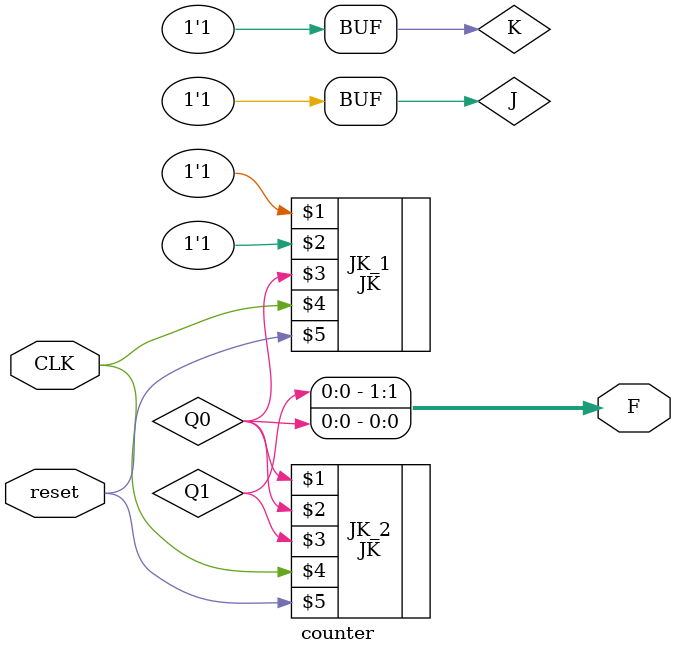
<source format=v>
module counter(CLK, reset, F);
	input CLK, reset;
	output [1:0] F;
	wire J, K, Q0, Q1;
	
	assign K=1'b1;
	assign J=1'b1;
	
	JK JK_1(J, K, Q0, CLK, reset);
	JK JK_2(Q0, Q0, Q1, CLK, reset);
	assign F = {Q1, Q0};
		
	
endmodule 
</source>
